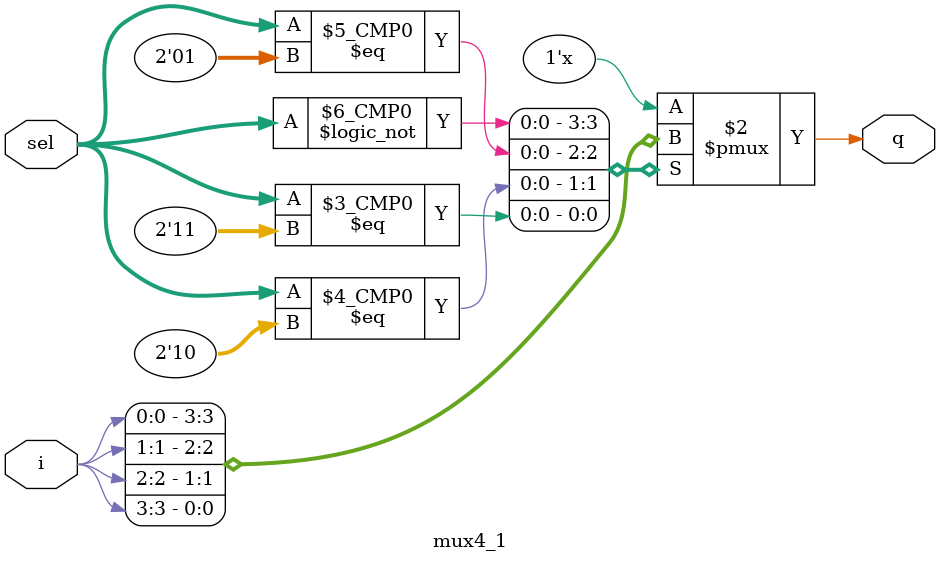
<source format=v>
module mux4_1(
input wire [3:0]i,
output reg q,
input wire[1:0]sel);

always@(*) begin
case(sel)
2'b00: q=i[0];
2'b01: q=i[1];
2'b10: q=i[2];
2'b11: q=i[3];
endcase
end
endmodule
</source>
